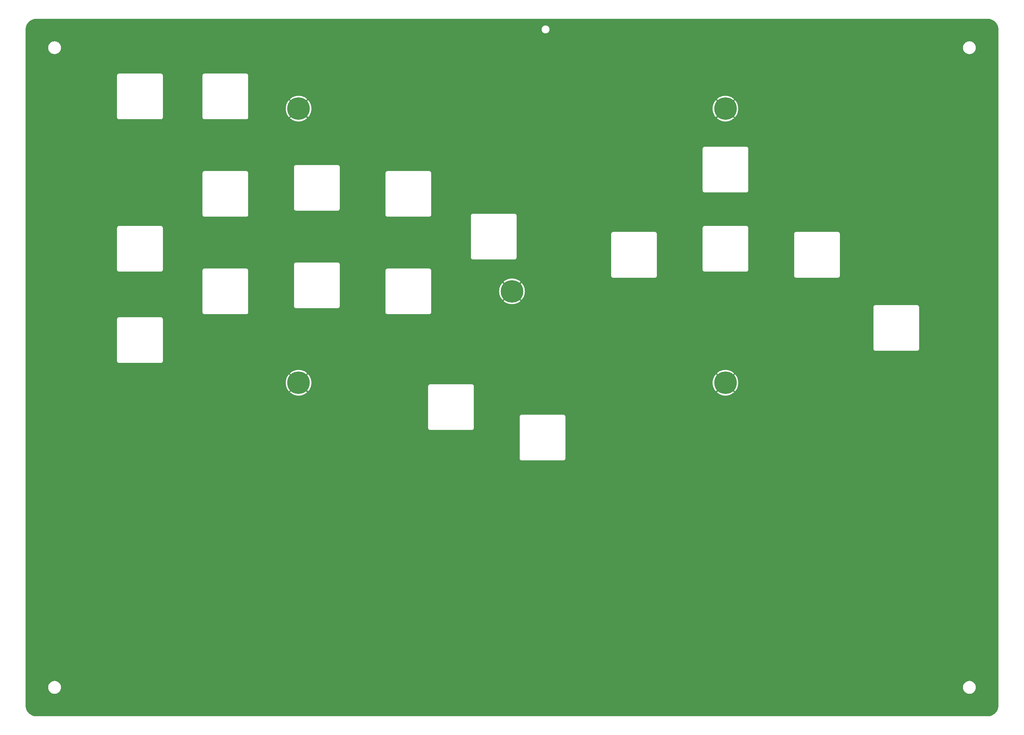
<source format=gbr>
G04 #@! TF.GenerationSoftware,KiCad,Pcbnew,8.0.3*
G04 #@! TF.CreationDate,2024-08-17T21:49:42+09:00*
G04 #@! TF.ProjectId,mainboard_top_plate,6d61696e-626f-4617-9264-5f746f705f70,rev?*
G04 #@! TF.SameCoordinates,Original*
G04 #@! TF.FileFunction,Copper,L2,Bot*
G04 #@! TF.FilePolarity,Positive*
%FSLAX46Y46*%
G04 Gerber Fmt 4.6, Leading zero omitted, Abs format (unit mm)*
G04 Created by KiCad (PCBNEW 8.0.3) date 2024-08-17 21:49:42*
%MOMM*%
%LPD*%
G01*
G04 APERTURE LIST*
G04 #@! TA.AperFunction,ComponentPad*
%ADD10C,0.800000*%
G04 #@! TD*
G04 #@! TA.AperFunction,ComponentPad*
%ADD11C,7.400000*%
G04 #@! TD*
G04 APERTURE END LIST*
D10*
G04 #@! TO.P,H4,1,1*
G04 #@! TO.N,GND*
X137225000Y-160000000D03*
X138037779Y-158037779D03*
X138037779Y-161962221D03*
X140000000Y-157225000D03*
D11*
X140000000Y-160000000D03*
D10*
X140000000Y-162775000D03*
X141962221Y-158037779D03*
X141962221Y-161962221D03*
X142775000Y-160000000D03*
G04 #@! TD*
G04 #@! TO.P,H2,1,1*
G04 #@! TO.N,GND*
X277225000Y-70000000D03*
X278037779Y-68037779D03*
X278037779Y-71962221D03*
X280000000Y-67225000D03*
D11*
X280000000Y-70000000D03*
D10*
X280000000Y-72775000D03*
X281962221Y-68037779D03*
X281962221Y-71962221D03*
X282775000Y-70000000D03*
G04 #@! TD*
G04 #@! TO.P,H1,1,1*
G04 #@! TO.N,GND*
X137225000Y-70000000D03*
X138037779Y-68037779D03*
X138037779Y-71962221D03*
X140000000Y-67225000D03*
D11*
X140000000Y-70000000D03*
D10*
X140000000Y-72775000D03*
X141962221Y-68037779D03*
X141962221Y-71962221D03*
X142775000Y-70000000D03*
G04 #@! TD*
G04 #@! TO.P,H5,1,1*
G04 #@! TO.N,GND*
X277225000Y-160000000D03*
X278037779Y-158037779D03*
X278037779Y-161962221D03*
X280000000Y-157225000D03*
D11*
X280000000Y-160000000D03*
D10*
X280000000Y-162775000D03*
X281962221Y-158037779D03*
X281962221Y-161962221D03*
X282775000Y-160000000D03*
G04 #@! TD*
G04 #@! TO.P,H3,1,1*
G04 #@! TO.N,GND*
X207225000Y-130000000D03*
X208037779Y-128037779D03*
X208037779Y-131962221D03*
X210000000Y-127225000D03*
D11*
X210000000Y-130000000D03*
D10*
X210000000Y-132775000D03*
X211962221Y-128037779D03*
X211962221Y-131962221D03*
X212775000Y-130000000D03*
G04 #@! TD*
G04 #@! TA.AperFunction,Conductor*
G04 #@! TO.N,GND*
G36*
X366003032Y-40500648D02*
G01*
X366336929Y-40517052D01*
X366349037Y-40518245D01*
X366452146Y-40533539D01*
X366676699Y-40566849D01*
X366688617Y-40569219D01*
X367009951Y-40649709D01*
X367021588Y-40653240D01*
X367092806Y-40678722D01*
X367333467Y-40764832D01*
X367344688Y-40769479D01*
X367644163Y-40911120D01*
X367654871Y-40916844D01*
X367938988Y-41087137D01*
X367949106Y-41093897D01*
X368215170Y-41291224D01*
X368224576Y-41298944D01*
X368470013Y-41521395D01*
X368478604Y-41529986D01*
X368665755Y-41736475D01*
X368701055Y-41775423D01*
X368708775Y-41784829D01*
X368906102Y-42050893D01*
X368912862Y-42061011D01*
X369041776Y-42276092D01*
X369083148Y-42345116D01*
X369088885Y-42355848D01*
X369230514Y-42655297D01*
X369235170Y-42666540D01*
X369346759Y-42978411D01*
X369350292Y-42990055D01*
X369430777Y-43311369D01*
X369433151Y-43323305D01*
X369481754Y-43650962D01*
X369482947Y-43663071D01*
X369499351Y-43996966D01*
X369499500Y-44003051D01*
X369499500Y-265996948D01*
X369499351Y-266003033D01*
X369482947Y-266336928D01*
X369481754Y-266349037D01*
X369433151Y-266676694D01*
X369430777Y-266688630D01*
X369350292Y-267009944D01*
X369346759Y-267021588D01*
X369235170Y-267333459D01*
X369230514Y-267344702D01*
X369088885Y-267644151D01*
X369083148Y-267654883D01*
X368912862Y-267938988D01*
X368906102Y-267949106D01*
X368708775Y-268215170D01*
X368701055Y-268224576D01*
X368478611Y-268470006D01*
X368470006Y-268478611D01*
X368224576Y-268701055D01*
X368215170Y-268708775D01*
X367949106Y-268906102D01*
X367938988Y-268912862D01*
X367654883Y-269083148D01*
X367644151Y-269088885D01*
X367344702Y-269230514D01*
X367333459Y-269235170D01*
X367021588Y-269346759D01*
X367009944Y-269350292D01*
X366688630Y-269430777D01*
X366676694Y-269433151D01*
X366349037Y-269481754D01*
X366336928Y-269482947D01*
X366021989Y-269498419D01*
X366003031Y-269499351D01*
X365996949Y-269499500D01*
X54003051Y-269499500D01*
X53996968Y-269499351D01*
X53976900Y-269498365D01*
X53663071Y-269482947D01*
X53650962Y-269481754D01*
X53323305Y-269433151D01*
X53311369Y-269430777D01*
X52990055Y-269350292D01*
X52978411Y-269346759D01*
X52666540Y-269235170D01*
X52655301Y-269230515D01*
X52355844Y-269088883D01*
X52345121Y-269083150D01*
X52061011Y-268912862D01*
X52050893Y-268906102D01*
X51784829Y-268708775D01*
X51775423Y-268701055D01*
X51736475Y-268665755D01*
X51529986Y-268478604D01*
X51521395Y-268470013D01*
X51298944Y-268224576D01*
X51291224Y-268215170D01*
X51093897Y-267949106D01*
X51087137Y-267938988D01*
X50916844Y-267654871D01*
X50911120Y-267644163D01*
X50769479Y-267344688D01*
X50764829Y-267333459D01*
X50653240Y-267021588D01*
X50649707Y-267009944D01*
X50640958Y-266975015D01*
X50569219Y-266688617D01*
X50566848Y-266676694D01*
X50518245Y-266349037D01*
X50517052Y-266336927D01*
X50500649Y-266003032D01*
X50500500Y-265996948D01*
X50500500Y-259862332D01*
X57899500Y-259862332D01*
X57899500Y-260137667D01*
X57899501Y-260137684D01*
X57935438Y-260410655D01*
X57935439Y-260410660D01*
X57935440Y-260410666D01*
X57935441Y-260410668D01*
X58006704Y-260676630D01*
X58112075Y-260931017D01*
X58112080Y-260931028D01*
X58194861Y-261074407D01*
X58249751Y-261169479D01*
X58249753Y-261169482D01*
X58249754Y-261169483D01*
X58417370Y-261387926D01*
X58417376Y-261387933D01*
X58612066Y-261582623D01*
X58612072Y-261582628D01*
X58830521Y-261750249D01*
X58983778Y-261838732D01*
X59068971Y-261887919D01*
X59068976Y-261887921D01*
X59068979Y-261887923D01*
X59323368Y-261993295D01*
X59589334Y-262064560D01*
X59862326Y-262100500D01*
X59862333Y-262100500D01*
X60137667Y-262100500D01*
X60137674Y-262100500D01*
X60410666Y-262064560D01*
X60676632Y-261993295D01*
X60931021Y-261887923D01*
X61169479Y-261750249D01*
X61387928Y-261582628D01*
X61582628Y-261387928D01*
X61750249Y-261169479D01*
X61887923Y-260931021D01*
X61993295Y-260676632D01*
X62064560Y-260410666D01*
X62100500Y-260137674D01*
X62100500Y-259862332D01*
X357899500Y-259862332D01*
X357899500Y-260137667D01*
X357899501Y-260137684D01*
X357935438Y-260410655D01*
X357935439Y-260410660D01*
X357935440Y-260410666D01*
X357935441Y-260410668D01*
X358006704Y-260676630D01*
X358112075Y-260931017D01*
X358112080Y-260931028D01*
X358194861Y-261074407D01*
X358249751Y-261169479D01*
X358249753Y-261169482D01*
X358249754Y-261169483D01*
X358417370Y-261387926D01*
X358417376Y-261387933D01*
X358612066Y-261582623D01*
X358612072Y-261582628D01*
X358830521Y-261750249D01*
X358983778Y-261838732D01*
X359068971Y-261887919D01*
X359068976Y-261887921D01*
X359068979Y-261887923D01*
X359323368Y-261993295D01*
X359589334Y-262064560D01*
X359862326Y-262100500D01*
X359862333Y-262100500D01*
X360137667Y-262100500D01*
X360137674Y-262100500D01*
X360410666Y-262064560D01*
X360676632Y-261993295D01*
X360931021Y-261887923D01*
X361169479Y-261750249D01*
X361387928Y-261582628D01*
X361582628Y-261387928D01*
X361750249Y-261169479D01*
X361887923Y-260931021D01*
X361993295Y-260676632D01*
X362064560Y-260410666D01*
X362100500Y-260137674D01*
X362100500Y-259862326D01*
X362064560Y-259589334D01*
X361993295Y-259323368D01*
X361887923Y-259068979D01*
X361887921Y-259068976D01*
X361887919Y-259068971D01*
X361838732Y-258983778D01*
X361750249Y-258830521D01*
X361582628Y-258612072D01*
X361582623Y-258612066D01*
X361387933Y-258417376D01*
X361387926Y-258417370D01*
X361169483Y-258249754D01*
X361169482Y-258249753D01*
X361169479Y-258249751D01*
X361074407Y-258194861D01*
X360931028Y-258112080D01*
X360931017Y-258112075D01*
X360676630Y-258006704D01*
X360543649Y-257971072D01*
X360410666Y-257935440D01*
X360410660Y-257935439D01*
X360410655Y-257935438D01*
X360137684Y-257899501D01*
X360137679Y-257899500D01*
X360137674Y-257899500D01*
X359862326Y-257899500D01*
X359862320Y-257899500D01*
X359862315Y-257899501D01*
X359589344Y-257935438D01*
X359589337Y-257935439D01*
X359589334Y-257935440D01*
X359533125Y-257950500D01*
X359323369Y-258006704D01*
X359068982Y-258112075D01*
X359068971Y-258112080D01*
X358830516Y-258249754D01*
X358612073Y-258417370D01*
X358612066Y-258417376D01*
X358417376Y-258612066D01*
X358417370Y-258612073D01*
X358249754Y-258830516D01*
X358112080Y-259068971D01*
X358112075Y-259068982D01*
X358006704Y-259323369D01*
X357935441Y-259589331D01*
X357935438Y-259589344D01*
X357899501Y-259862315D01*
X357899500Y-259862332D01*
X62100500Y-259862332D01*
X62100500Y-259862326D01*
X62064560Y-259589334D01*
X61993295Y-259323368D01*
X61887923Y-259068979D01*
X61887921Y-259068976D01*
X61887919Y-259068971D01*
X61838732Y-258983778D01*
X61750249Y-258830521D01*
X61582628Y-258612072D01*
X61582623Y-258612066D01*
X61387933Y-258417376D01*
X61387926Y-258417370D01*
X61169483Y-258249754D01*
X61169482Y-258249753D01*
X61169479Y-258249751D01*
X61074407Y-258194861D01*
X60931028Y-258112080D01*
X60931017Y-258112075D01*
X60676630Y-258006704D01*
X60543649Y-257971072D01*
X60410666Y-257935440D01*
X60410660Y-257935439D01*
X60410655Y-257935438D01*
X60137684Y-257899501D01*
X60137679Y-257899500D01*
X60137674Y-257899500D01*
X59862326Y-257899500D01*
X59862320Y-257899500D01*
X59862315Y-257899501D01*
X59589344Y-257935438D01*
X59589337Y-257935439D01*
X59589334Y-257935440D01*
X59533125Y-257950500D01*
X59323369Y-258006704D01*
X59068982Y-258112075D01*
X59068971Y-258112080D01*
X58830516Y-258249754D01*
X58612073Y-258417370D01*
X58612066Y-258417376D01*
X58417376Y-258612066D01*
X58417370Y-258612073D01*
X58249754Y-258830516D01*
X58112080Y-259068971D01*
X58112075Y-259068982D01*
X58006704Y-259323369D01*
X57935441Y-259589331D01*
X57935438Y-259589344D01*
X57899501Y-259862315D01*
X57899500Y-259862332D01*
X50500500Y-259862332D01*
X50500500Y-184868995D01*
X212499499Y-184868995D01*
X212526418Y-185004322D01*
X212526421Y-185004332D01*
X212579221Y-185131804D01*
X212579228Y-185131817D01*
X212655885Y-185246541D01*
X212655888Y-185246545D01*
X212753454Y-185344111D01*
X212753458Y-185344114D01*
X212868182Y-185420771D01*
X212868195Y-185420778D01*
X212995667Y-185473578D01*
X212995672Y-185473580D01*
X212995676Y-185473580D01*
X212995677Y-185473581D01*
X213131004Y-185500500D01*
X213131007Y-185500500D01*
X226868995Y-185500500D01*
X226960041Y-185482389D01*
X227004328Y-185473580D01*
X227131811Y-185420775D01*
X227246542Y-185344114D01*
X227344114Y-185246542D01*
X227420775Y-185131811D01*
X227473580Y-185004328D01*
X227500500Y-184868993D01*
X227500500Y-184800000D01*
X227500500Y-184734108D01*
X227500500Y-171284254D01*
X227500501Y-171284241D01*
X227500501Y-171265890D01*
X227500502Y-171265889D01*
X227500501Y-171199996D01*
X227500501Y-171193183D01*
X227500501Y-171134107D01*
X227500501Y-171131011D01*
X227500500Y-171131001D01*
X227473581Y-170995674D01*
X227473580Y-170995673D01*
X227473580Y-170995669D01*
X227420775Y-170868187D01*
X227344114Y-170753457D01*
X227344111Y-170753453D01*
X227246546Y-170655888D01*
X227246542Y-170655885D01*
X227131810Y-170579223D01*
X227004331Y-170526420D01*
X227004323Y-170526418D01*
X226868998Y-170499500D01*
X226868714Y-170499499D01*
X226865896Y-170499499D01*
X226865893Y-170499499D01*
X226865876Y-170499499D01*
X226800004Y-170499499D01*
X226734111Y-170499498D01*
X226734110Y-170499498D01*
X226726518Y-170499498D01*
X226726500Y-170499499D01*
X213134108Y-170499500D01*
X213131005Y-170499500D01*
X212995677Y-170526418D01*
X212995667Y-170526421D01*
X212868195Y-170579221D01*
X212868182Y-170579228D01*
X212753458Y-170655885D01*
X212753454Y-170655888D01*
X212655888Y-170753454D01*
X212655885Y-170753458D01*
X212579228Y-170868182D01*
X212579221Y-170868195D01*
X212526421Y-170995667D01*
X212526418Y-170995677D01*
X212499500Y-171131004D01*
X212499500Y-171131007D01*
X212499500Y-171134107D01*
X212499500Y-171134108D01*
X212499500Y-184734108D01*
X212499500Y-184800000D01*
X212499500Y-184868993D01*
X212499500Y-184868995D01*
X212499499Y-184868995D01*
X50500500Y-184868995D01*
X50500500Y-174868995D01*
X182499499Y-174868995D01*
X182526418Y-175004322D01*
X182526421Y-175004332D01*
X182579221Y-175131804D01*
X182579228Y-175131817D01*
X182655885Y-175246541D01*
X182655888Y-175246545D01*
X182753454Y-175344111D01*
X182753458Y-175344114D01*
X182868182Y-175420771D01*
X182868195Y-175420778D01*
X182995667Y-175473578D01*
X182995672Y-175473580D01*
X182995676Y-175473580D01*
X182995677Y-175473581D01*
X183131004Y-175500500D01*
X183131007Y-175500500D01*
X196868995Y-175500500D01*
X196960041Y-175482389D01*
X197004328Y-175473580D01*
X197131811Y-175420775D01*
X197246542Y-175344114D01*
X197344114Y-175246542D01*
X197420775Y-175131811D01*
X197473580Y-175004328D01*
X197500500Y-174868993D01*
X197500500Y-174800000D01*
X197500500Y-174734108D01*
X197500500Y-161284254D01*
X197500501Y-161284241D01*
X197500501Y-161265890D01*
X197500502Y-161265889D01*
X197500501Y-161199996D01*
X197500501Y-161193183D01*
X197500501Y-161134107D01*
X197500501Y-161131011D01*
X197500500Y-161131001D01*
X197473581Y-160995674D01*
X197473580Y-160995673D01*
X197473580Y-160995669D01*
X197420775Y-160868187D01*
X197344114Y-160753457D01*
X197344111Y-160753453D01*
X197246546Y-160655888D01*
X197246542Y-160655885D01*
X197131810Y-160579223D01*
X197004331Y-160526420D01*
X197004323Y-160526418D01*
X196868998Y-160499500D01*
X196868714Y-160499499D01*
X196865896Y-160499499D01*
X196865893Y-160499499D01*
X196865876Y-160499499D01*
X196800004Y-160499499D01*
X196734111Y-160499498D01*
X196734110Y-160499498D01*
X196726518Y-160499498D01*
X196726500Y-160499499D01*
X183134108Y-160499500D01*
X183131005Y-160499500D01*
X182995677Y-160526418D01*
X182995667Y-160526421D01*
X182868195Y-160579221D01*
X182868182Y-160579228D01*
X182753458Y-160655885D01*
X182753454Y-160655888D01*
X182655888Y-160753454D01*
X182655885Y-160753458D01*
X182579228Y-160868182D01*
X182579221Y-160868195D01*
X182526421Y-160995667D01*
X182526418Y-160995677D01*
X182499500Y-161131004D01*
X182499500Y-161131007D01*
X182499500Y-161134107D01*
X182499500Y-161134108D01*
X182499500Y-174734108D01*
X182499500Y-174800000D01*
X182499500Y-174868993D01*
X182499500Y-174868995D01*
X182499499Y-174868995D01*
X50500500Y-174868995D01*
X50500500Y-160000000D01*
X135794935Y-160000000D01*
X135815185Y-160412176D01*
X135875735Y-160820373D01*
X135976007Y-161220676D01*
X136115019Y-161609189D01*
X136115027Y-161609209D01*
X136291466Y-161982257D01*
X136503614Y-162336206D01*
X136749445Y-162667670D01*
X136858476Y-162787967D01*
X136858477Y-162787967D01*
X138527060Y-161119384D01*
X138606112Y-161222407D01*
X138777593Y-161393888D01*
X138880614Y-161472938D01*
X137212031Y-163141521D01*
X137212031Y-163141522D01*
X137332329Y-163250554D01*
X137663793Y-163496385D01*
X138017742Y-163708533D01*
X138390790Y-163884972D01*
X138390810Y-163884980D01*
X138779323Y-164023992D01*
X139179626Y-164124264D01*
X139587823Y-164184814D01*
X140000000Y-164205064D01*
X140412176Y-164184814D01*
X140820373Y-164124264D01*
X141220676Y-164023992D01*
X141609189Y-163884980D01*
X141609209Y-163884972D01*
X141982257Y-163708533D01*
X142336206Y-163496385D01*
X142667664Y-163250558D01*
X142787967Y-163141521D01*
X141119385Y-161472938D01*
X141222407Y-161393888D01*
X141393888Y-161222407D01*
X141472938Y-161119385D01*
X143141521Y-162787967D01*
X143250558Y-162667664D01*
X143496385Y-162336206D01*
X143708533Y-161982257D01*
X143884972Y-161609209D01*
X143884980Y-161609189D01*
X144023992Y-161220676D01*
X144124264Y-160820373D01*
X144184814Y-160412176D01*
X144205064Y-160000000D01*
X275794935Y-160000000D01*
X275815185Y-160412176D01*
X275875735Y-160820373D01*
X275976007Y-161220676D01*
X276115019Y-161609189D01*
X276115027Y-161609209D01*
X276291466Y-161982257D01*
X276503614Y-162336206D01*
X276749445Y-162667670D01*
X276858476Y-162787967D01*
X276858477Y-162787967D01*
X278527060Y-161119384D01*
X278606112Y-161222407D01*
X278777593Y-161393888D01*
X278880614Y-161472938D01*
X277212031Y-163141521D01*
X277212031Y-163141522D01*
X277332329Y-163250554D01*
X277663793Y-163496385D01*
X278017742Y-163708533D01*
X278390790Y-163884972D01*
X278390810Y-163884980D01*
X278779323Y-164023992D01*
X279179626Y-164124264D01*
X279587823Y-164184814D01*
X280000000Y-164205064D01*
X280412176Y-164184814D01*
X280820373Y-164124264D01*
X281220676Y-164023992D01*
X281609189Y-163884980D01*
X281609209Y-163884972D01*
X281982257Y-163708533D01*
X282336206Y-163496385D01*
X282667664Y-163250558D01*
X282787967Y-163141521D01*
X281119385Y-161472938D01*
X281222407Y-161393888D01*
X281393888Y-161222407D01*
X281472938Y-161119385D01*
X283141521Y-162787967D01*
X283250558Y-162667664D01*
X283496385Y-162336206D01*
X283708533Y-161982257D01*
X283884972Y-161609209D01*
X283884980Y-161609189D01*
X284023992Y-161220676D01*
X284124264Y-160820373D01*
X284184814Y-160412176D01*
X284205064Y-160000000D01*
X284184814Y-159587823D01*
X284124264Y-159179626D01*
X284023992Y-158779323D01*
X283884980Y-158390810D01*
X283884972Y-158390790D01*
X283708533Y-158017742D01*
X283496385Y-157663793D01*
X283250554Y-157332329D01*
X283141522Y-157212031D01*
X283141521Y-157212031D01*
X281472938Y-158880614D01*
X281393888Y-158777593D01*
X281222407Y-158606112D01*
X281119384Y-158527059D01*
X282787967Y-156858477D01*
X282787967Y-156858476D01*
X282667670Y-156749445D01*
X282336206Y-156503614D01*
X281982257Y-156291466D01*
X281609209Y-156115027D01*
X281609189Y-156115019D01*
X281220676Y-155976007D01*
X280820373Y-155875735D01*
X280412176Y-155815185D01*
X280000000Y-155794935D01*
X279587823Y-155815185D01*
X279179626Y-155875735D01*
X278779323Y-155976007D01*
X278390810Y-156115019D01*
X278390790Y-156115027D01*
X278017742Y-156291466D01*
X277663793Y-156503614D01*
X277332341Y-156749437D01*
X277212031Y-156858477D01*
X278880614Y-158527060D01*
X278777593Y-158606112D01*
X278606112Y-158777593D01*
X278527060Y-158880614D01*
X276858477Y-157212031D01*
X276749437Y-157332341D01*
X276503614Y-157663793D01*
X276291466Y-158017742D01*
X276115027Y-158390790D01*
X276115019Y-158390810D01*
X275976007Y-158779323D01*
X275875735Y-159179626D01*
X275815185Y-159587823D01*
X275794935Y-160000000D01*
X144205064Y-160000000D01*
X144184814Y-159587823D01*
X144124264Y-159179626D01*
X144023992Y-158779323D01*
X143884980Y-158390810D01*
X143884972Y-158390790D01*
X143708533Y-158017742D01*
X143496385Y-157663793D01*
X143250554Y-157332329D01*
X143141522Y-157212031D01*
X143141521Y-157212031D01*
X141472938Y-158880614D01*
X141393888Y-158777593D01*
X141222407Y-158606112D01*
X141119384Y-158527059D01*
X142787967Y-156858477D01*
X142787967Y-156858476D01*
X142667670Y-156749445D01*
X142336206Y-156503614D01*
X141982257Y-156291466D01*
X141609209Y-156115027D01*
X141609189Y-156115019D01*
X141220676Y-155976007D01*
X140820373Y-155875735D01*
X140412176Y-155815185D01*
X140000000Y-155794935D01*
X139587823Y-155815185D01*
X139179626Y-155875735D01*
X138779323Y-155976007D01*
X138390810Y-156115019D01*
X138390790Y-156115027D01*
X138017742Y-156291466D01*
X137663793Y-156503614D01*
X137332341Y-156749437D01*
X137212031Y-156858477D01*
X138880614Y-158527060D01*
X138777593Y-158606112D01*
X138606112Y-158777593D01*
X138527060Y-158880614D01*
X136858477Y-157212031D01*
X136749437Y-157332341D01*
X136503614Y-157663793D01*
X136291466Y-158017742D01*
X136115027Y-158390790D01*
X136115019Y-158390810D01*
X135976007Y-158779323D01*
X135875735Y-159179626D01*
X135815185Y-159587823D01*
X135794935Y-160000000D01*
X50500500Y-160000000D01*
X50500500Y-152868995D01*
X80499499Y-152868995D01*
X80526418Y-153004322D01*
X80526421Y-153004332D01*
X80579221Y-153131804D01*
X80579228Y-153131817D01*
X80655885Y-153246541D01*
X80655888Y-153246545D01*
X80753454Y-153344111D01*
X80753458Y-153344114D01*
X80868182Y-153420771D01*
X80868195Y-153420778D01*
X80995667Y-153473578D01*
X80995672Y-153473580D01*
X80995676Y-153473580D01*
X80995677Y-153473581D01*
X81131004Y-153500500D01*
X81131007Y-153500500D01*
X94868995Y-153500500D01*
X94960041Y-153482389D01*
X95004328Y-153473580D01*
X95131811Y-153420775D01*
X95246542Y-153344114D01*
X95344114Y-153246542D01*
X95420775Y-153131811D01*
X95473580Y-153004328D01*
X95500500Y-152868993D01*
X95500500Y-152800000D01*
X95500500Y-152734108D01*
X95500500Y-148868995D01*
X328499499Y-148868995D01*
X328526418Y-149004322D01*
X328526421Y-149004332D01*
X328579221Y-149131804D01*
X328579228Y-149131817D01*
X328655885Y-149246541D01*
X328655888Y-149246545D01*
X328753454Y-149344111D01*
X328753458Y-149344114D01*
X328868182Y-149420771D01*
X328868195Y-149420778D01*
X328995667Y-149473578D01*
X328995672Y-149473580D01*
X328995676Y-149473580D01*
X328995677Y-149473581D01*
X329131004Y-149500500D01*
X329131007Y-149500500D01*
X342868995Y-149500500D01*
X342960041Y-149482389D01*
X343004328Y-149473580D01*
X343131811Y-149420775D01*
X343246542Y-149344114D01*
X343344114Y-149246542D01*
X343420775Y-149131811D01*
X343473580Y-149004328D01*
X343500500Y-148868993D01*
X343500500Y-148800000D01*
X343500500Y-148734108D01*
X343500500Y-135284254D01*
X343500501Y-135284241D01*
X343500501Y-135265890D01*
X343500502Y-135265889D01*
X343500501Y-135199996D01*
X343500501Y-135193183D01*
X343500501Y-135134107D01*
X343500501Y-135131011D01*
X343500500Y-135131001D01*
X343473581Y-134995674D01*
X343473580Y-134995673D01*
X343473580Y-134995669D01*
X343420775Y-134868187D01*
X343344114Y-134753457D01*
X343344111Y-134753453D01*
X343246546Y-134655888D01*
X343246542Y-134655885D01*
X343131810Y-134579223D01*
X343004331Y-134526420D01*
X343004323Y-134526418D01*
X342868998Y-134499500D01*
X342868714Y-134499499D01*
X342865896Y-134499499D01*
X342865893Y-134499499D01*
X342865876Y-134499499D01*
X342800004Y-134499499D01*
X342734111Y-134499498D01*
X342734110Y-134499498D01*
X342726518Y-134499498D01*
X342726500Y-134499499D01*
X329134108Y-134499500D01*
X329131005Y-134499500D01*
X328995677Y-134526418D01*
X328995667Y-134526421D01*
X328868195Y-134579221D01*
X328868182Y-134579228D01*
X328753458Y-134655885D01*
X328753454Y-134655888D01*
X328655888Y-134753454D01*
X328655885Y-134753458D01*
X328579228Y-134868182D01*
X328579221Y-134868195D01*
X328526421Y-134995667D01*
X328526418Y-134995677D01*
X328499500Y-135131004D01*
X328499500Y-135131007D01*
X328499500Y-135134107D01*
X328499500Y-135134108D01*
X328499500Y-148734108D01*
X328499500Y-148800000D01*
X328499500Y-148868993D01*
X328499500Y-148868995D01*
X328499499Y-148868995D01*
X95500500Y-148868995D01*
X95500500Y-139284254D01*
X95500501Y-139284241D01*
X95500501Y-139265890D01*
X95500502Y-139265889D01*
X95500501Y-139199996D01*
X95500501Y-139193183D01*
X95500501Y-139134107D01*
X95500501Y-139131011D01*
X95500500Y-139131001D01*
X95473581Y-138995674D01*
X95473580Y-138995673D01*
X95473580Y-138995669D01*
X95420775Y-138868187D01*
X95344114Y-138753457D01*
X95344111Y-138753453D01*
X95246546Y-138655888D01*
X95246542Y-138655885D01*
X95131810Y-138579223D01*
X95004331Y-138526420D01*
X95004323Y-138526418D01*
X94868998Y-138499500D01*
X94868714Y-138499499D01*
X94865896Y-138499499D01*
X94865893Y-138499499D01*
X94865876Y-138499499D01*
X94800004Y-138499499D01*
X94734111Y-138499498D01*
X94734110Y-138499498D01*
X94726518Y-138499498D01*
X94726500Y-138499499D01*
X81134108Y-138499500D01*
X81131005Y-138499500D01*
X80995677Y-138526418D01*
X80995667Y-138526421D01*
X80868195Y-138579221D01*
X80868182Y-138579228D01*
X80753458Y-138655885D01*
X80753454Y-138655888D01*
X80655888Y-138753454D01*
X80655885Y-138753458D01*
X80579228Y-138868182D01*
X80579221Y-138868195D01*
X80526421Y-138995667D01*
X80526418Y-138995677D01*
X80499500Y-139131004D01*
X80499500Y-139131007D01*
X80499500Y-139134107D01*
X80499500Y-139134108D01*
X80499500Y-152734108D01*
X80499500Y-152800000D01*
X80499500Y-152868993D01*
X80499500Y-152868995D01*
X80499499Y-152868995D01*
X50500500Y-152868995D01*
X50500500Y-136868995D01*
X108499499Y-136868995D01*
X108526418Y-137004322D01*
X108526421Y-137004332D01*
X108579221Y-137131804D01*
X108579228Y-137131817D01*
X108655885Y-137246541D01*
X108655888Y-137246545D01*
X108753454Y-137344111D01*
X108753458Y-137344114D01*
X108868182Y-137420771D01*
X108868195Y-137420778D01*
X108995667Y-137473578D01*
X108995672Y-137473580D01*
X108995676Y-137473580D01*
X108995677Y-137473581D01*
X109131004Y-137500500D01*
X109131007Y-137500500D01*
X122868995Y-137500500D01*
X122960041Y-137482389D01*
X123004328Y-137473580D01*
X123131811Y-137420775D01*
X123246542Y-137344114D01*
X123344114Y-137246542D01*
X123420775Y-137131811D01*
X123473580Y-137004328D01*
X123500499Y-136868999D01*
X123500500Y-136868995D01*
X123500500Y-136727999D01*
X168499498Y-136727999D01*
X168499499Y-136799998D01*
X168499499Y-136865916D01*
X168499500Y-136868997D01*
X168499500Y-136868999D01*
X168526418Y-137004323D01*
X168526420Y-137004331D01*
X168579223Y-137131810D01*
X168655885Y-137246542D01*
X168655888Y-137246546D01*
X168753453Y-137344111D01*
X168753457Y-137344114D01*
X168868187Y-137420775D01*
X168995669Y-137473580D01*
X168995673Y-137473580D01*
X168995674Y-137473581D01*
X169131001Y-137500500D01*
X169134103Y-137500500D01*
X169134107Y-137500501D01*
X169199546Y-137500500D01*
X169199928Y-137500500D01*
X169199996Y-137500501D01*
X169265889Y-137500502D01*
X169265891Y-137500501D01*
X169284240Y-137500501D01*
X169284255Y-137500500D01*
X182868995Y-137500500D01*
X182960041Y-137482389D01*
X183004328Y-137473580D01*
X183131811Y-137420775D01*
X183246542Y-137344114D01*
X183344114Y-137246542D01*
X183420775Y-137131811D01*
X183473580Y-137004328D01*
X183500499Y-136868999D01*
X183500500Y-136868995D01*
X183500500Y-130000000D01*
X205794935Y-130000000D01*
X205815185Y-130412176D01*
X205875735Y-130820373D01*
X205976007Y-131220676D01*
X206115019Y-131609189D01*
X206115027Y-131609209D01*
X206291466Y-131982257D01*
X206503614Y-132336206D01*
X206749445Y-132667670D01*
X206858476Y-132787967D01*
X206858477Y-132787967D01*
X208527060Y-131119384D01*
X208606112Y-131222407D01*
X208777593Y-131393888D01*
X208880614Y-131472938D01*
X207212031Y-133141521D01*
X207212031Y-133141522D01*
X207332329Y-133250554D01*
X207663793Y-133496385D01*
X208017742Y-133708533D01*
X208390790Y-133884972D01*
X208390810Y-133884980D01*
X208779323Y-134023992D01*
X209179626Y-134124264D01*
X209587823Y-134184814D01*
X210000000Y-134205064D01*
X210412176Y-134184814D01*
X210820373Y-134124264D01*
X211220676Y-134023992D01*
X211609189Y-133884980D01*
X211609209Y-133884972D01*
X211982257Y-133708533D01*
X212336206Y-133496385D01*
X212667664Y-133250558D01*
X212787967Y-133141521D01*
X211119385Y-131472938D01*
X211222407Y-131393888D01*
X211393888Y-131222407D01*
X211472938Y-131119385D01*
X213141521Y-132787967D01*
X213250558Y-132667664D01*
X213496385Y-132336206D01*
X213708533Y-131982257D01*
X213884972Y-131609209D01*
X213884980Y-131609189D01*
X214023992Y-131220676D01*
X214124264Y-130820373D01*
X214184814Y-130412176D01*
X214205064Y-130000000D01*
X214184814Y-129587823D01*
X214124264Y-129179626D01*
X214023992Y-128779323D01*
X213884980Y-128390810D01*
X213884972Y-128390790D01*
X213708533Y-128017742D01*
X213496385Y-127663793D01*
X213250554Y-127332329D01*
X213141522Y-127212031D01*
X213141521Y-127212031D01*
X211472938Y-128880614D01*
X211393888Y-128777593D01*
X211222407Y-128606112D01*
X211119384Y-128527059D01*
X212787967Y-126858477D01*
X212787967Y-126858476D01*
X212667670Y-126749445D01*
X212336206Y-126503614D01*
X211982257Y-126291466D01*
X211609209Y-126115027D01*
X211609189Y-126115019D01*
X211220676Y-125976007D01*
X210820373Y-125875735D01*
X210412176Y-125815185D01*
X210000000Y-125794935D01*
X209587823Y-125815185D01*
X209179626Y-125875735D01*
X208779323Y-125976007D01*
X208390810Y-126115019D01*
X208390790Y-126115027D01*
X208017742Y-126291466D01*
X207663793Y-126503614D01*
X207332341Y-126749437D01*
X207212031Y-126858477D01*
X208880614Y-128527060D01*
X208777593Y-128606112D01*
X208606112Y-128777593D01*
X208527061Y-128880614D01*
X206858477Y-127212031D01*
X206749437Y-127332341D01*
X206503614Y-127663793D01*
X206291466Y-128017742D01*
X206115027Y-128390790D01*
X206115019Y-128390810D01*
X205976007Y-128779323D01*
X205875735Y-129179626D01*
X205815185Y-129587823D01*
X205794935Y-130000000D01*
X183500500Y-130000000D01*
X183500500Y-124868995D01*
X242499499Y-124868995D01*
X242526418Y-125004322D01*
X242526421Y-125004332D01*
X242579221Y-125131804D01*
X242579228Y-125131817D01*
X242655885Y-125246541D01*
X242655888Y-125246545D01*
X242753454Y-125344111D01*
X242753458Y-125344114D01*
X242868182Y-125420771D01*
X242868195Y-125420778D01*
X242995667Y-125473578D01*
X242995672Y-125473580D01*
X242995676Y-125473580D01*
X242995677Y-125473581D01*
X243131004Y-125500500D01*
X243131007Y-125500500D01*
X256868995Y-125500500D01*
X256960041Y-125482389D01*
X257004328Y-125473580D01*
X257131811Y-125420775D01*
X257246542Y-125344114D01*
X257344114Y-125246542D01*
X257420775Y-125131811D01*
X257473580Y-125004328D01*
X257500499Y-124868999D01*
X257500500Y-124868995D01*
X257500500Y-124727999D01*
X302499498Y-124727999D01*
X302499499Y-124799998D01*
X302499499Y-124865916D01*
X302499500Y-124868997D01*
X302499500Y-124868999D01*
X302526418Y-125004323D01*
X302526420Y-125004331D01*
X302579223Y-125131810D01*
X302655885Y-125246542D01*
X302655888Y-125246546D01*
X302753453Y-125344111D01*
X302753457Y-125344114D01*
X302868187Y-125420775D01*
X302995669Y-125473580D01*
X302995673Y-125473580D01*
X302995674Y-125473581D01*
X303131001Y-125500500D01*
X303134103Y-125500500D01*
X303134107Y-125500501D01*
X303199546Y-125500500D01*
X303199928Y-125500500D01*
X303199996Y-125500501D01*
X303265889Y-125500502D01*
X303265891Y-125500501D01*
X303284240Y-125500501D01*
X303284255Y-125500500D01*
X316868995Y-125500500D01*
X316960041Y-125482389D01*
X317004328Y-125473580D01*
X317131811Y-125420775D01*
X317246542Y-125344114D01*
X317344114Y-125246542D01*
X317420775Y-125131811D01*
X317473580Y-125004328D01*
X317500499Y-124868999D01*
X317500500Y-124868995D01*
X317500500Y-111131004D01*
X317473581Y-110995677D01*
X317473580Y-110995674D01*
X317473580Y-110995672D01*
X317473578Y-110995667D01*
X317420778Y-110868195D01*
X317420771Y-110868182D01*
X317344114Y-110753458D01*
X317344111Y-110753454D01*
X317246545Y-110655888D01*
X317246541Y-110655885D01*
X317131817Y-110579228D01*
X317131804Y-110579221D01*
X317004332Y-110526421D01*
X317004322Y-110526418D01*
X316868995Y-110499500D01*
X316868993Y-110499500D01*
X316865892Y-110499500D01*
X303265892Y-110499500D01*
X303200000Y-110499500D01*
X303131007Y-110499500D01*
X303131005Y-110499500D01*
X302995677Y-110526418D01*
X302995667Y-110526421D01*
X302868195Y-110579221D01*
X302868182Y-110579228D01*
X302753458Y-110655885D01*
X302753454Y-110655888D01*
X302655888Y-110753454D01*
X302655885Y-110753458D01*
X302579228Y-110868182D01*
X302579221Y-110868195D01*
X302526421Y-110995667D01*
X302526418Y-110995677D01*
X302499500Y-111131004D01*
X302499500Y-111134108D01*
X302499499Y-124727977D01*
X302499498Y-124727999D01*
X257500500Y-124727999D01*
X257500500Y-122868995D01*
X272499499Y-122868995D01*
X272526418Y-123004322D01*
X272526421Y-123004332D01*
X272579221Y-123131804D01*
X272579228Y-123131817D01*
X272655885Y-123246541D01*
X272655888Y-123246545D01*
X272753454Y-123344111D01*
X272753458Y-123344114D01*
X272868182Y-123420771D01*
X272868195Y-123420778D01*
X272995667Y-123473578D01*
X272995672Y-123473580D01*
X272995676Y-123473580D01*
X272995677Y-123473581D01*
X273131004Y-123500500D01*
X273131007Y-123500500D01*
X286868995Y-123500500D01*
X286960041Y-123482389D01*
X287004328Y-123473580D01*
X287131811Y-123420775D01*
X287246542Y-123344114D01*
X287344114Y-123246542D01*
X287420775Y-123131811D01*
X287473580Y-123004328D01*
X287500500Y-122868993D01*
X287500500Y-122800000D01*
X287500500Y-122734108D01*
X287500500Y-109284254D01*
X287500501Y-109284241D01*
X287500501Y-109265890D01*
X287500502Y-109265889D01*
X287500501Y-109199996D01*
X287500501Y-109193183D01*
X287500501Y-109134107D01*
X287500501Y-109131011D01*
X287500500Y-109131001D01*
X287473581Y-108995674D01*
X287473580Y-108995673D01*
X287473580Y-108995669D01*
X287420775Y-108868187D01*
X287344114Y-108753457D01*
X287344111Y-108753453D01*
X287246546Y-108655888D01*
X287246542Y-108655885D01*
X287131810Y-108579223D01*
X287004331Y-108526420D01*
X287004323Y-108526418D01*
X286868998Y-108499500D01*
X286868714Y-108499499D01*
X286865896Y-108499499D01*
X286865893Y-108499499D01*
X286865876Y-108499499D01*
X286800004Y-108499499D01*
X286734111Y-108499498D01*
X286734110Y-108499498D01*
X286726518Y-108499498D01*
X286726500Y-108499499D01*
X273134108Y-108499500D01*
X273131005Y-108499500D01*
X272995677Y-108526418D01*
X272995667Y-108526421D01*
X272868195Y-108579221D01*
X272868182Y-108579228D01*
X272753458Y-108655885D01*
X272753454Y-108655888D01*
X272655888Y-108753454D01*
X272655885Y-108753458D01*
X272579228Y-108868182D01*
X272579221Y-108868195D01*
X272526421Y-108995667D01*
X272526418Y-108995677D01*
X272499500Y-109131004D01*
X272499500Y-109131007D01*
X272499500Y-109134107D01*
X272499500Y-109134108D01*
X272499500Y-122734108D01*
X272499500Y-122800000D01*
X272499500Y-122868993D01*
X272499500Y-122868995D01*
X272499499Y-122868995D01*
X257500500Y-122868995D01*
X257500500Y-111284254D01*
X257500501Y-111284241D01*
X257500501Y-111265890D01*
X257500502Y-111265889D01*
X257500501Y-111199996D01*
X257500501Y-111193183D01*
X257500501Y-111134107D01*
X257500501Y-111131011D01*
X257500500Y-111131001D01*
X257473581Y-110995674D01*
X257473580Y-110995673D01*
X257473580Y-110995669D01*
X257420775Y-110868187D01*
X257344114Y-110753457D01*
X257344111Y-110753453D01*
X257246546Y-110655888D01*
X257246542Y-110655885D01*
X257131810Y-110579223D01*
X257004331Y-110526420D01*
X257004323Y-110526418D01*
X256868998Y-110499500D01*
X256868714Y-110499499D01*
X256865896Y-110499499D01*
X256865893Y-110499499D01*
X256865876Y-110499499D01*
X256800004Y-110499499D01*
X256734111Y-110499498D01*
X256734110Y-110499498D01*
X256726518Y-110499498D01*
X256726500Y-110499499D01*
X243134108Y-110499500D01*
X243131005Y-110499500D01*
X242995677Y-110526418D01*
X242995667Y-110526421D01*
X242868195Y-110579221D01*
X242868182Y-110579228D01*
X242753458Y-110655885D01*
X242753454Y-110655888D01*
X242655888Y-110753454D01*
X242655885Y-110753458D01*
X242579228Y-110868182D01*
X242579221Y-110868195D01*
X242526421Y-110995667D01*
X242526418Y-110995677D01*
X242499500Y-111131004D01*
X242499500Y-111131007D01*
X242499500Y-111134107D01*
X242499500Y-111134108D01*
X242499500Y-124734108D01*
X242499500Y-124800000D01*
X242499500Y-124868993D01*
X242499500Y-124868995D01*
X242499499Y-124868995D01*
X183500500Y-124868995D01*
X183500500Y-123131004D01*
X183473581Y-122995677D01*
X183473580Y-122995674D01*
X183473580Y-122995672D01*
X183421109Y-122868995D01*
X183420778Y-122868195D01*
X183420771Y-122868182D01*
X183344114Y-122753458D01*
X183344111Y-122753454D01*
X183246545Y-122655888D01*
X183246541Y-122655885D01*
X183131817Y-122579228D01*
X183131804Y-122579221D01*
X183004332Y-122526421D01*
X183004322Y-122526418D01*
X182868995Y-122499500D01*
X182868993Y-122499500D01*
X182865892Y-122499500D01*
X169265892Y-122499500D01*
X169200000Y-122499500D01*
X169131007Y-122499500D01*
X169131005Y-122499500D01*
X168995677Y-122526418D01*
X168995667Y-122526421D01*
X168868195Y-122579221D01*
X168868182Y-122579228D01*
X168753458Y-122655885D01*
X168753454Y-122655888D01*
X168655888Y-122753454D01*
X168655885Y-122753458D01*
X168579228Y-122868182D01*
X168579221Y-122868195D01*
X168526421Y-122995667D01*
X168526418Y-122995677D01*
X168499500Y-123131004D01*
X168499500Y-123134108D01*
X168499499Y-136727977D01*
X168499498Y-136727999D01*
X123500500Y-136727999D01*
X123500500Y-134868995D01*
X138499499Y-134868995D01*
X138526418Y-135004322D01*
X138526421Y-135004332D01*
X138579221Y-135131804D01*
X138579228Y-135131817D01*
X138655885Y-135246541D01*
X138655888Y-135246545D01*
X138753454Y-135344111D01*
X138753458Y-135344114D01*
X138868182Y-135420771D01*
X138868195Y-135420778D01*
X138995667Y-135473578D01*
X138995672Y-135473580D01*
X138995676Y-135473580D01*
X138995677Y-135473581D01*
X139131004Y-135500500D01*
X139131007Y-135500500D01*
X152868995Y-135500500D01*
X152960041Y-135482389D01*
X153004328Y-135473580D01*
X153131811Y-135420775D01*
X153246542Y-135344114D01*
X153344114Y-135246542D01*
X153420775Y-135131811D01*
X153473580Y-135004328D01*
X153500500Y-134868993D01*
X153500500Y-134800000D01*
X153500500Y-134734108D01*
X153500500Y-121284254D01*
X153500501Y-121284241D01*
X153500501Y-121265890D01*
X153500502Y-121265889D01*
X153500501Y-121199996D01*
X153500501Y-121193183D01*
X153500501Y-121134107D01*
X153500501Y-121131011D01*
X153500500Y-121131001D01*
X153473581Y-120995674D01*
X153473580Y-120995673D01*
X153473580Y-120995669D01*
X153420775Y-120868187D01*
X153344114Y-120753457D01*
X153344111Y-120753453D01*
X153246546Y-120655888D01*
X153246542Y-120655885D01*
X153131810Y-120579223D01*
X153004331Y-120526420D01*
X153004323Y-120526418D01*
X152868998Y-120499500D01*
X152868714Y-120499499D01*
X152865896Y-120499499D01*
X152865893Y-120499499D01*
X152865876Y-120499499D01*
X152800004Y-120499499D01*
X152734111Y-120499498D01*
X152734110Y-120499498D01*
X152726518Y-120499498D01*
X152726500Y-120499499D01*
X139134108Y-120499500D01*
X139131005Y-120499500D01*
X138995677Y-120526418D01*
X138995667Y-120526421D01*
X138868195Y-120579221D01*
X138868182Y-120579228D01*
X138753458Y-120655885D01*
X138753454Y-120655888D01*
X138655888Y-120753454D01*
X138655885Y-120753458D01*
X138579228Y-120868182D01*
X138579221Y-120868195D01*
X138526421Y-120995667D01*
X138526418Y-120995677D01*
X138499500Y-121131004D01*
X138499500Y-121131007D01*
X138499500Y-121134107D01*
X138499500Y-121134108D01*
X138499500Y-134734108D01*
X138499500Y-134800000D01*
X138499500Y-134868993D01*
X138499500Y-134868995D01*
X138499499Y-134868995D01*
X123500500Y-134868995D01*
X123500500Y-123284254D01*
X123500501Y-123284241D01*
X123500501Y-123265890D01*
X123500502Y-123265889D01*
X123500501Y-123199996D01*
X123500501Y-123193183D01*
X123500501Y-123134107D01*
X123500501Y-123131011D01*
X123500500Y-123131001D01*
X123473581Y-122995674D01*
X123473580Y-122995673D01*
X123473580Y-122995669D01*
X123420775Y-122868187D01*
X123344114Y-122753457D01*
X123344111Y-122753453D01*
X123246546Y-122655888D01*
X123246542Y-122655885D01*
X123131810Y-122579223D01*
X123004331Y-122526420D01*
X123004323Y-122526418D01*
X122868998Y-122499500D01*
X122868714Y-122499499D01*
X122865896Y-122499499D01*
X122865893Y-122499499D01*
X122865876Y-122499499D01*
X122800004Y-122499499D01*
X122734111Y-122499498D01*
X122734110Y-122499498D01*
X122726518Y-122499498D01*
X122726500Y-122499499D01*
X109134108Y-122499500D01*
X109131005Y-122499500D01*
X108995677Y-122526418D01*
X108995667Y-122526421D01*
X108868195Y-122579221D01*
X108868182Y-122579228D01*
X108753458Y-122655885D01*
X108753454Y-122655888D01*
X108655888Y-122753454D01*
X108655885Y-122753458D01*
X108579228Y-122868182D01*
X108579221Y-122868195D01*
X108526421Y-122995667D01*
X108526418Y-122995677D01*
X108499500Y-123131004D01*
X108499500Y-123131007D01*
X108499500Y-123134107D01*
X108499500Y-123134108D01*
X108499500Y-136734108D01*
X108499500Y-136800000D01*
X108499500Y-136868993D01*
X108499500Y-136868995D01*
X108499499Y-136868995D01*
X50500500Y-136868995D01*
X50500500Y-122868995D01*
X80499499Y-122868995D01*
X80526418Y-123004322D01*
X80526421Y-123004332D01*
X80579221Y-123131804D01*
X80579228Y-123131817D01*
X80655885Y-123246541D01*
X80655888Y-123246545D01*
X80753454Y-123344111D01*
X80753458Y-123344114D01*
X80868182Y-123420771D01*
X80868195Y-123420778D01*
X80995667Y-123473578D01*
X80995672Y-123473580D01*
X80995676Y-123473580D01*
X80995677Y-123473581D01*
X81131004Y-123500500D01*
X81131007Y-123500500D01*
X94868995Y-123500500D01*
X94960041Y-123482389D01*
X95004328Y-123473580D01*
X95131811Y-123420775D01*
X95246542Y-123344114D01*
X95344114Y-123246542D01*
X95420775Y-123131811D01*
X95473580Y-123004328D01*
X95500500Y-122868993D01*
X95500500Y-122800000D01*
X95500500Y-122734108D01*
X95500500Y-118868995D01*
X196499499Y-118868995D01*
X196526418Y-119004322D01*
X196526421Y-119004332D01*
X196579221Y-119131804D01*
X196579228Y-119131817D01*
X196655885Y-119246541D01*
X196655888Y-119246545D01*
X196753454Y-119344111D01*
X196753458Y-119344114D01*
X196868182Y-119420771D01*
X196868195Y-119420778D01*
X196995667Y-119473578D01*
X196995672Y-119473580D01*
X196995676Y-119473580D01*
X196995677Y-119473581D01*
X197131004Y-119500500D01*
X197131007Y-119500500D01*
X210868995Y-119500500D01*
X210960041Y-119482389D01*
X211004328Y-119473580D01*
X211131811Y-119420775D01*
X211246542Y-119344114D01*
X211344114Y-119246542D01*
X211420775Y-119131811D01*
X211473580Y-119004328D01*
X211500500Y-118868993D01*
X211500500Y-118800000D01*
X211500500Y-118734108D01*
X211500500Y-105284254D01*
X211500501Y-105284241D01*
X211500501Y-105265890D01*
X211500502Y-105265889D01*
X211500501Y-105199996D01*
X211500501Y-105193183D01*
X211500501Y-105134107D01*
X211500501Y-105131011D01*
X211500500Y-105131001D01*
X211473581Y-104995674D01*
X211473580Y-104995673D01*
X211473580Y-104995669D01*
X211420775Y-104868187D01*
X211344114Y-104753457D01*
X211344111Y-104753453D01*
X211246546Y-104655888D01*
X211246542Y-104655885D01*
X211131810Y-104579223D01*
X211004331Y-104526420D01*
X211004323Y-104526418D01*
X210868998Y-104499500D01*
X210868714Y-104499499D01*
X210865896Y-104499499D01*
X210865893Y-104499499D01*
X210865876Y-104499499D01*
X210800004Y-104499499D01*
X210734111Y-104499498D01*
X210734110Y-104499498D01*
X210726518Y-104499498D01*
X210726500Y-104499499D01*
X197134108Y-104499500D01*
X197131005Y-104499500D01*
X196995677Y-104526418D01*
X196995667Y-104526421D01*
X196868195Y-104579221D01*
X196868182Y-104579228D01*
X196753458Y-104655885D01*
X196753454Y-104655888D01*
X196655888Y-104753454D01*
X196655885Y-104753458D01*
X196579228Y-104868182D01*
X196579221Y-104868195D01*
X196526421Y-104995667D01*
X196526418Y-104995677D01*
X196499500Y-105131004D01*
X196499500Y-105131007D01*
X196499500Y-105134107D01*
X196499500Y-105134108D01*
X196499500Y-118734108D01*
X196499500Y-118800000D01*
X196499500Y-118868993D01*
X196499500Y-118868995D01*
X196499499Y-118868995D01*
X95500500Y-118868995D01*
X95500500Y-109284254D01*
X95500501Y-109284241D01*
X95500501Y-109265890D01*
X95500502Y-109265889D01*
X95500501Y-109199996D01*
X95500501Y-109193183D01*
X95500501Y-109134107D01*
X95500501Y-109131011D01*
X95500500Y-109131001D01*
X95473581Y-108995674D01*
X95473580Y-108995673D01*
X95473580Y-108995669D01*
X95420775Y-108868187D01*
X95344114Y-108753457D01*
X95344111Y-108753453D01*
X95246546Y-108655888D01*
X95246542Y-108655885D01*
X95131810Y-108579223D01*
X95004331Y-108526420D01*
X95004323Y-108526418D01*
X94868998Y-108499500D01*
X94868714Y-108499499D01*
X94865896Y-108499499D01*
X94865893Y-108499499D01*
X94865876Y-108499499D01*
X94800004Y-108499499D01*
X94734111Y-108499498D01*
X94734110Y-108499498D01*
X94726518Y-108499498D01*
X94726500Y-108499499D01*
X81134108Y-108499500D01*
X81131005Y-108499500D01*
X80995677Y-108526418D01*
X80995667Y-108526421D01*
X80868195Y-108579221D01*
X80868182Y-108579228D01*
X80753458Y-108655885D01*
X80753454Y-108655888D01*
X80655888Y-108753454D01*
X80655885Y-108753458D01*
X80579228Y-108868182D01*
X80579221Y-108868195D01*
X80526421Y-108995667D01*
X80526418Y-108995677D01*
X80499500Y-109131004D01*
X80499500Y-109131007D01*
X80499500Y-109134107D01*
X80499500Y-109134108D01*
X80499500Y-122734108D01*
X80499500Y-122800000D01*
X80499500Y-122868993D01*
X80499500Y-122868995D01*
X80499499Y-122868995D01*
X50500500Y-122868995D01*
X50500500Y-104868995D01*
X108499499Y-104868995D01*
X108526418Y-105004322D01*
X108526421Y-105004332D01*
X108579221Y-105131804D01*
X108579228Y-105131817D01*
X108655885Y-105246541D01*
X108655888Y-105246545D01*
X108753454Y-105344111D01*
X108753458Y-105344114D01*
X108868182Y-105420771D01*
X108868195Y-105420778D01*
X108995667Y-105473578D01*
X108995672Y-105473580D01*
X108995676Y-105473580D01*
X108995677Y-105473581D01*
X109131004Y-105500500D01*
X109131007Y-105500500D01*
X122868995Y-105500500D01*
X122960041Y-105482389D01*
X123004328Y-105473580D01*
X123131811Y-105420775D01*
X123246542Y-105344114D01*
X123344114Y-105246542D01*
X123420775Y-105131811D01*
X123473580Y-105004328D01*
X123500500Y-104868995D01*
X168499499Y-104868995D01*
X168526418Y-105004322D01*
X168526421Y-105004332D01*
X168579221Y-105131804D01*
X168579228Y-105131817D01*
X168655885Y-105246541D01*
X168655888Y-105246545D01*
X168753454Y-105344111D01*
X168753458Y-105344114D01*
X168868182Y-105420771D01*
X168868195Y-105420778D01*
X168995667Y-105473578D01*
X168995672Y-105473580D01*
X168995676Y-105473580D01*
X168995677Y-105473581D01*
X169131004Y-105500500D01*
X169131007Y-105500500D01*
X182868995Y-105500500D01*
X182960041Y-105482389D01*
X183004328Y-105473580D01*
X183131811Y-105420775D01*
X183246542Y-105344114D01*
X183344114Y-105246542D01*
X183420775Y-105131811D01*
X183473580Y-105004328D01*
X183500500Y-104868993D01*
X183500500Y-104800000D01*
X183500500Y-104734108D01*
X183500500Y-96868995D01*
X272499499Y-96868995D01*
X272526418Y-97004322D01*
X272526421Y-97004332D01*
X272579221Y-97131804D01*
X272579228Y-97131817D01*
X272655885Y-97246541D01*
X272655888Y-97246545D01*
X272753454Y-97344111D01*
X272753458Y-97344114D01*
X272868182Y-97420771D01*
X272868195Y-97420778D01*
X272995667Y-97473578D01*
X272995672Y-97473580D01*
X272995676Y-97473580D01*
X272995677Y-97473581D01*
X273131004Y-97500500D01*
X273131007Y-97500500D01*
X286868995Y-97500500D01*
X286960041Y-97482389D01*
X287004328Y-97473580D01*
X287131811Y-97420775D01*
X287246542Y-97344114D01*
X287344114Y-97246542D01*
X287420775Y-97131811D01*
X287473580Y-97004328D01*
X287500500Y-96868993D01*
X287500500Y-96800000D01*
X287500500Y-96734108D01*
X287500500Y-83284254D01*
X287500501Y-83284241D01*
X287500501Y-83265890D01*
X287500502Y-83265889D01*
X287500501Y-83199996D01*
X287500501Y-83193183D01*
X287500501Y-83134107D01*
X287500501Y-83131011D01*
X287500500Y-83131001D01*
X287473581Y-82995674D01*
X287473580Y-82995673D01*
X287473580Y-82995669D01*
X287420775Y-82868187D01*
X287344114Y-82753457D01*
X287344111Y-82753453D01*
X287246546Y-82655888D01*
X287246542Y-82655885D01*
X287131810Y-82579223D01*
X287004331Y-82526420D01*
X287004323Y-82526418D01*
X286868998Y-82499500D01*
X286868714Y-82499499D01*
X286865896Y-82499499D01*
X286865893Y-82499499D01*
X286865876Y-82499499D01*
X286800004Y-82499499D01*
X286734111Y-82499498D01*
X286734110Y-82499498D01*
X286726518Y-82499498D01*
X286726500Y-82499499D01*
X273134108Y-82499500D01*
X273131005Y-82499500D01*
X272995677Y-82526418D01*
X272995667Y-82526421D01*
X272868195Y-82579221D01*
X272868182Y-82579228D01*
X272753458Y-82655885D01*
X272753454Y-82655888D01*
X272655888Y-82753454D01*
X272655885Y-82753458D01*
X272579228Y-82868182D01*
X272579221Y-82868195D01*
X272526421Y-82995667D01*
X272526418Y-82995677D01*
X272499500Y-83131004D01*
X272499500Y-83131007D01*
X272499500Y-83134107D01*
X272499500Y-83134108D01*
X272499500Y-96734108D01*
X272499500Y-96800000D01*
X272499500Y-96868993D01*
X272499500Y-96868995D01*
X272499499Y-96868995D01*
X183500500Y-96868995D01*
X183500500Y-91284254D01*
X183500501Y-91284241D01*
X183500501Y-91265890D01*
X183500502Y-91265889D01*
X183500501Y-91199996D01*
X183500501Y-91193183D01*
X183500501Y-91134107D01*
X183500501Y-91131011D01*
X183500500Y-91131001D01*
X183473581Y-90995674D01*
X183473580Y-90995673D01*
X183473580Y-90995669D01*
X183420775Y-90868187D01*
X183344114Y-90753457D01*
X183344111Y-90753453D01*
X183246546Y-90655888D01*
X183246542Y-90655885D01*
X183131810Y-90579223D01*
X183004331Y-90526420D01*
X183004323Y-90526418D01*
X182868998Y-90499500D01*
X182868714Y-90499499D01*
X182865896Y-90499499D01*
X182865893Y-90499499D01*
X182865876Y-90499499D01*
X182800004Y-90499499D01*
X182734111Y-90499498D01*
X182734110Y-90499498D01*
X182726518Y-90499498D01*
X182726500Y-90499499D01*
X169134108Y-90499500D01*
X169131005Y-90499500D01*
X168995677Y-90526418D01*
X168995667Y-90526421D01*
X168868195Y-90579221D01*
X168868182Y-90579228D01*
X168753458Y-90655885D01*
X168753454Y-90655888D01*
X168655888Y-90753454D01*
X168655885Y-90753458D01*
X168579228Y-90868182D01*
X168579221Y-90868195D01*
X168526421Y-90995667D01*
X168526418Y-90995677D01*
X168499500Y-91131004D01*
X168499500Y-91131007D01*
X168499500Y-91134107D01*
X168499500Y-91134108D01*
X168499500Y-104734108D01*
X168499500Y-104800000D01*
X168499500Y-104868993D01*
X168499500Y-104868995D01*
X168499499Y-104868995D01*
X123500500Y-104868995D01*
X123500500Y-104868993D01*
X123500500Y-104800000D01*
X123500500Y-104734108D01*
X123500500Y-102868995D01*
X138499499Y-102868995D01*
X138526418Y-103004322D01*
X138526421Y-103004332D01*
X138579221Y-103131804D01*
X138579228Y-103131817D01*
X138655885Y-103246541D01*
X138655888Y-103246545D01*
X138753454Y-103344111D01*
X138753458Y-103344114D01*
X138868182Y-103420771D01*
X138868195Y-103420778D01*
X138995667Y-103473578D01*
X138995672Y-103473580D01*
X138995676Y-103473580D01*
X138995677Y-103473581D01*
X139131004Y-103500500D01*
X139131007Y-103500500D01*
X152868995Y-103500500D01*
X152960041Y-103482389D01*
X153004328Y-103473580D01*
X153131811Y-103420775D01*
X153246542Y-103344114D01*
X153344114Y-103246542D01*
X153420775Y-103131811D01*
X153473580Y-103004328D01*
X153500500Y-102868993D01*
X153500500Y-102800000D01*
X153500500Y-102734108D01*
X153500500Y-89284254D01*
X153500501Y-89284241D01*
X153500501Y-89265890D01*
X153500502Y-89265889D01*
X153500501Y-89199996D01*
X153500501Y-89193183D01*
X153500501Y-89134107D01*
X153500501Y-89131011D01*
X153500500Y-89131001D01*
X153473581Y-88995674D01*
X153473580Y-88995673D01*
X153473580Y-88995669D01*
X153420775Y-88868187D01*
X153344114Y-88753457D01*
X153344111Y-88753453D01*
X153246546Y-88655888D01*
X153246542Y-88655885D01*
X153131810Y-88579223D01*
X153004331Y-88526420D01*
X153004323Y-88526418D01*
X152868998Y-88499500D01*
X152868714Y-88499499D01*
X152865896Y-88499499D01*
X152865893Y-88499499D01*
X152865876Y-88499499D01*
X152800004Y-88499499D01*
X152734111Y-88499498D01*
X152734110Y-88499498D01*
X152726518Y-88499498D01*
X152726500Y-88499499D01*
X139134108Y-88499500D01*
X139131005Y-88499500D01*
X138995677Y-88526418D01*
X138995667Y-88526421D01*
X138868195Y-88579221D01*
X138868182Y-88579228D01*
X138753458Y-88655885D01*
X138753454Y-88655888D01*
X138655888Y-88753454D01*
X138655885Y-88753458D01*
X138579228Y-88868182D01*
X138579221Y-88868195D01*
X138526421Y-88995667D01*
X138526418Y-88995677D01*
X138499500Y-89131004D01*
X138499500Y-89131007D01*
X138499500Y-89134107D01*
X138499500Y-89134108D01*
X138499500Y-102734108D01*
X138499500Y-102800000D01*
X138499500Y-102868993D01*
X138499500Y-102868995D01*
X138499499Y-102868995D01*
X123500500Y-102868995D01*
X123500500Y-91284254D01*
X123500501Y-91284241D01*
X123500501Y-91265890D01*
X123500502Y-91265889D01*
X123500501Y-91199996D01*
X123500501Y-91193183D01*
X123500501Y-91134107D01*
X123500501Y-91131011D01*
X123500500Y-91131001D01*
X123473581Y-90995674D01*
X123473580Y-90995673D01*
X123473580Y-90995669D01*
X123420775Y-90868187D01*
X123344114Y-90753457D01*
X123344111Y-90753453D01*
X123246546Y-90655888D01*
X123246542Y-90655885D01*
X123131810Y-90579223D01*
X123004331Y-90526420D01*
X123004323Y-90526418D01*
X122868998Y-90499500D01*
X122868714Y-90499499D01*
X122865896Y-90499499D01*
X122865893Y-90499499D01*
X122865876Y-90499499D01*
X122800004Y-90499499D01*
X122734111Y-90499498D01*
X122734110Y-90499498D01*
X122726518Y-90499498D01*
X122726500Y-90499499D01*
X109134108Y-90499500D01*
X109131005Y-90499500D01*
X108995677Y-90526418D01*
X108995667Y-90526421D01*
X108868195Y-90579221D01*
X108868182Y-90579228D01*
X108753458Y-90655885D01*
X108753454Y-90655888D01*
X108655888Y-90753454D01*
X108655885Y-90753458D01*
X108579228Y-90868182D01*
X108579221Y-90868195D01*
X108526421Y-90995667D01*
X108526418Y-90995677D01*
X108499500Y-91131004D01*
X108499500Y-91131007D01*
X108499500Y-91134107D01*
X108499500Y-91134108D01*
X108499500Y-104734108D01*
X108499500Y-104800000D01*
X108499500Y-104868993D01*
X108499500Y-104868995D01*
X108499499Y-104868995D01*
X50500500Y-104868995D01*
X50500500Y-72868995D01*
X80499499Y-72868995D01*
X80526418Y-73004322D01*
X80526421Y-73004332D01*
X80579221Y-73131804D01*
X80579228Y-73131817D01*
X80655885Y-73246541D01*
X80655888Y-73246545D01*
X80753454Y-73344111D01*
X80753458Y-73344114D01*
X80868182Y-73420771D01*
X80868195Y-73420778D01*
X80995667Y-73473578D01*
X80995672Y-73473580D01*
X80995676Y-73473580D01*
X80995677Y-73473581D01*
X81131004Y-73500500D01*
X81131007Y-73500500D01*
X94868995Y-73500500D01*
X94960041Y-73482389D01*
X95004328Y-73473580D01*
X95131811Y-73420775D01*
X95246542Y-73344114D01*
X95344114Y-73246542D01*
X95420775Y-73131811D01*
X95473580Y-73004328D01*
X95500500Y-72868995D01*
X108499499Y-72868995D01*
X108526418Y-73004322D01*
X108526421Y-73004332D01*
X108579221Y-73131804D01*
X108579228Y-73131817D01*
X108655885Y-73246541D01*
X108655888Y-73246545D01*
X108753454Y-73344111D01*
X108753458Y-73344114D01*
X108868182Y-73420771D01*
X108868195Y-73420778D01*
X108995667Y-73473578D01*
X108995672Y-73473580D01*
X108995676Y-73473580D01*
X108995677Y-73473581D01*
X109131004Y-73500500D01*
X109131007Y-73500500D01*
X122868995Y-73500500D01*
X122960041Y-73482389D01*
X123004328Y-73473580D01*
X123131811Y-73420775D01*
X123246542Y-73344114D01*
X123344114Y-73246542D01*
X123420775Y-73131811D01*
X123473580Y-73004328D01*
X123500500Y-72868993D01*
X123500500Y-72800000D01*
X123500500Y-72734108D01*
X123500500Y-70000000D01*
X135794935Y-70000000D01*
X135815185Y-70412176D01*
X135875735Y-70820373D01*
X135976007Y-71220676D01*
X136115019Y-71609189D01*
X136115027Y-71609209D01*
X136291466Y-71982257D01*
X136503614Y-72336206D01*
X136749445Y-72667670D01*
X136858476Y-72787967D01*
X136858477Y-72787967D01*
X138527060Y-71119384D01*
X138606112Y-71222407D01*
X138777593Y-71393888D01*
X138880614Y-71472938D01*
X137212031Y-73141521D01*
X137212031Y-73141522D01*
X137332329Y-73250554D01*
X137663793Y-73496385D01*
X138017742Y-73708533D01*
X138390790Y-73884972D01*
X138390810Y-73884980D01*
X138779323Y-74023992D01*
X139179626Y-74124264D01*
X139587823Y-74184814D01*
X140000000Y-74205064D01*
X140412176Y-74184814D01*
X140820373Y-74124264D01*
X141220676Y-74023992D01*
X141609189Y-73884980D01*
X141609209Y-73884972D01*
X141982257Y-73708533D01*
X142336206Y-73496385D01*
X142667664Y-73250558D01*
X142787967Y-73141521D01*
X141119385Y-71472938D01*
X141222407Y-71393888D01*
X141393888Y-71222407D01*
X141472938Y-71119385D01*
X143141521Y-72787967D01*
X143250558Y-72667664D01*
X143496385Y-72336206D01*
X143708533Y-71982257D01*
X143884972Y-71609209D01*
X143884980Y-71609189D01*
X144023992Y-71220676D01*
X144124264Y-70820373D01*
X144184814Y-70412176D01*
X144205064Y-70000000D01*
X275794935Y-70000000D01*
X275815185Y-70412176D01*
X275875735Y-70820373D01*
X275976007Y-71220676D01*
X276115019Y-71609189D01*
X276115027Y-71609209D01*
X276291466Y-71982257D01*
X276503614Y-72336206D01*
X276749445Y-72667670D01*
X276858476Y-72787967D01*
X276858477Y-72787967D01*
X278527060Y-71119384D01*
X278606112Y-71222407D01*
X278777593Y-71393888D01*
X278880614Y-71472938D01*
X277212031Y-73141521D01*
X277212031Y-73141522D01*
X277332329Y-73250554D01*
X277663793Y-73496385D01*
X278017742Y-73708533D01*
X278390790Y-73884972D01*
X278390810Y-73884980D01*
X278779323Y-74023992D01*
X279179626Y-74124264D01*
X279587823Y-74184814D01*
X280000000Y-74205064D01*
X280412176Y-74184814D01*
X280820373Y-74124264D01*
X281220676Y-74023992D01*
X281609189Y-73884980D01*
X281609209Y-73884972D01*
X281982257Y-73708533D01*
X282336206Y-73496385D01*
X282667664Y-73250558D01*
X282787967Y-73141521D01*
X281119385Y-71472938D01*
X281222407Y-71393888D01*
X281393888Y-71222407D01*
X281472938Y-71119385D01*
X283141521Y-72787967D01*
X283250558Y-72667664D01*
X283496385Y-72336206D01*
X283708533Y-71982257D01*
X283884972Y-71609209D01*
X283884980Y-71609189D01*
X284023992Y-71220676D01*
X284124264Y-70820373D01*
X284184814Y-70412176D01*
X284205064Y-70000000D01*
X284184814Y-69587823D01*
X284124264Y-69179626D01*
X284023992Y-68779323D01*
X283884980Y-68390810D01*
X283884972Y-68390790D01*
X283708533Y-68017742D01*
X283496385Y-67663793D01*
X283250554Y-67332329D01*
X283141522Y-67212031D01*
X283141521Y-67212031D01*
X281472938Y-68880614D01*
X281393888Y-68777593D01*
X281222407Y-68606112D01*
X281119384Y-68527059D01*
X282787967Y-66858477D01*
X282787967Y-66858476D01*
X282667670Y-66749445D01*
X282336206Y-66503614D01*
X281982257Y-66291466D01*
X281609209Y-66115027D01*
X281609189Y-66115019D01*
X281220676Y-65976007D01*
X280820373Y-65875735D01*
X280412176Y-65815185D01*
X280000000Y-65794935D01*
X279587823Y-65815185D01*
X279179626Y-65875735D01*
X278779323Y-65976007D01*
X278390810Y-66115019D01*
X278390790Y-66115027D01*
X278017742Y-66291466D01*
X277663793Y-66503614D01*
X277332341Y-66749437D01*
X277212031Y-66858477D01*
X278880614Y-68527060D01*
X278777593Y-68606112D01*
X278606112Y-68777593D01*
X278527060Y-68880614D01*
X276858477Y-67212031D01*
X276749437Y-67332341D01*
X276503614Y-67663793D01*
X276291466Y-68017742D01*
X276115027Y-68390790D01*
X276115019Y-68390810D01*
X275976007Y-68779323D01*
X275875735Y-69179626D01*
X275815185Y-69587823D01*
X275794935Y-70000000D01*
X144205064Y-70000000D01*
X144184814Y-69587823D01*
X144124264Y-69179626D01*
X144023992Y-68779323D01*
X143884980Y-68390810D01*
X143884972Y-68390790D01*
X143708533Y-68017742D01*
X143496385Y-67663793D01*
X143250554Y-67332329D01*
X143141522Y-67212031D01*
X143141521Y-67212031D01*
X141472938Y-68880614D01*
X141393888Y-68777593D01*
X141222407Y-68606112D01*
X141119384Y-68527059D01*
X142787967Y-66858477D01*
X142787967Y-66858476D01*
X142667670Y-66749445D01*
X142336206Y-66503614D01*
X141982257Y-66291466D01*
X141609209Y-66115027D01*
X141609189Y-66115019D01*
X141220676Y-65976007D01*
X140820373Y-65875735D01*
X140412176Y-65815185D01*
X140000000Y-65794935D01*
X139587823Y-65815185D01*
X139179626Y-65875735D01*
X138779323Y-65976007D01*
X138390810Y-66115019D01*
X138390790Y-66115027D01*
X138017742Y-66291466D01*
X137663793Y-66503614D01*
X137332341Y-66749437D01*
X137212031Y-66858477D01*
X138880614Y-68527060D01*
X138777593Y-68606112D01*
X138606112Y-68777593D01*
X138527060Y-68880614D01*
X136858477Y-67212031D01*
X136749437Y-67332341D01*
X136503614Y-67663793D01*
X136291466Y-68017742D01*
X136115027Y-68390790D01*
X136115019Y-68390810D01*
X135976007Y-68779323D01*
X135875735Y-69179626D01*
X135815185Y-69587823D01*
X135794935Y-70000000D01*
X123500500Y-70000000D01*
X123500500Y-59284254D01*
X123500501Y-59284241D01*
X123500501Y-59265890D01*
X123500502Y-59265889D01*
X123500501Y-59199996D01*
X123500501Y-59193183D01*
X123500501Y-59134107D01*
X123500501Y-59131011D01*
X123500500Y-59131001D01*
X123473581Y-58995674D01*
X123473580Y-58995673D01*
X123473580Y-58995669D01*
X123420775Y-58868187D01*
X123344114Y-58753457D01*
X123344111Y-58753453D01*
X123246546Y-58655888D01*
X123246542Y-58655885D01*
X123131810Y-58579223D01*
X123004331Y-58526420D01*
X123004323Y-58526418D01*
X122868998Y-58499500D01*
X122868714Y-58499499D01*
X122865896Y-58499499D01*
X122865893Y-58499499D01*
X122865876Y-58499499D01*
X122800004Y-58499499D01*
X122734111Y-58499498D01*
X122734110Y-58499498D01*
X122726518Y-58499498D01*
X122726500Y-58499499D01*
X109134108Y-58499500D01*
X109131005Y-58499500D01*
X108995677Y-58526418D01*
X108995667Y-58526421D01*
X108868195Y-58579221D01*
X108868182Y-58579228D01*
X108753458Y-58655885D01*
X108753454Y-58655888D01*
X108655888Y-58753454D01*
X108655885Y-58753458D01*
X108579228Y-58868182D01*
X108579221Y-58868195D01*
X108526421Y-58995667D01*
X108526418Y-58995677D01*
X108499500Y-59131004D01*
X108499500Y-59131007D01*
X108499500Y-59134107D01*
X108499500Y-59134108D01*
X108499500Y-72734108D01*
X108499500Y-72800000D01*
X108499500Y-72868993D01*
X108499500Y-72868995D01*
X108499499Y-72868995D01*
X95500500Y-72868995D01*
X95500500Y-72868993D01*
X95500500Y-72800000D01*
X95500500Y-72734108D01*
X95500500Y-59284254D01*
X95500501Y-59284241D01*
X95500501Y-59265890D01*
X95500502Y-59265889D01*
X95500501Y-59199996D01*
X95500501Y-59193183D01*
X95500501Y-59134107D01*
X95500501Y-59131011D01*
X95500500Y-59131001D01*
X95473581Y-58995674D01*
X95473580Y-58995673D01*
X95473580Y-58995669D01*
X95420775Y-58868187D01*
X95344114Y-58753457D01*
X95344111Y-58753453D01*
X95246546Y-58655888D01*
X95246542Y-58655885D01*
X95131810Y-58579223D01*
X95004331Y-58526420D01*
X95004323Y-58526418D01*
X94868998Y-58499500D01*
X94868714Y-58499499D01*
X94865896Y-58499499D01*
X94865893Y-58499499D01*
X94865876Y-58499499D01*
X94800004Y-58499499D01*
X94734111Y-58499498D01*
X94734110Y-58499498D01*
X94726518Y-58499498D01*
X94726500Y-58499499D01*
X81134108Y-58499500D01*
X81131005Y-58499500D01*
X80995677Y-58526418D01*
X80995667Y-58526421D01*
X80868195Y-58579221D01*
X80868182Y-58579228D01*
X80753458Y-58655885D01*
X80753454Y-58655888D01*
X80655888Y-58753454D01*
X80655885Y-58753458D01*
X80579228Y-58868182D01*
X80579221Y-58868195D01*
X80526421Y-58995667D01*
X80526418Y-58995677D01*
X80499500Y-59131004D01*
X80499500Y-59131007D01*
X80499500Y-59134107D01*
X80499500Y-59134108D01*
X80499500Y-72734108D01*
X80499500Y-72800000D01*
X80499500Y-72868993D01*
X80499500Y-72868995D01*
X80499499Y-72868995D01*
X50500500Y-72868995D01*
X50500500Y-49862332D01*
X57899500Y-49862332D01*
X57899500Y-50137667D01*
X57899501Y-50137684D01*
X57935438Y-50410655D01*
X57935439Y-50410660D01*
X57935440Y-50410666D01*
X57935441Y-50410668D01*
X58006704Y-50676630D01*
X58112075Y-50931017D01*
X58112080Y-50931028D01*
X58194861Y-51074407D01*
X58249751Y-51169479D01*
X58249753Y-51169482D01*
X58249754Y-51169483D01*
X58417370Y-51387926D01*
X58417376Y-51387933D01*
X58612066Y-51582623D01*
X58612072Y-51582628D01*
X58830521Y-51750249D01*
X58983778Y-51838732D01*
X59068971Y-51887919D01*
X59068976Y-51887921D01*
X59068979Y-51887923D01*
X59323368Y-51993295D01*
X59589334Y-52064560D01*
X59862326Y-52100500D01*
X59862333Y-52100500D01*
X60137667Y-52100500D01*
X60137674Y-52100500D01*
X60410666Y-52064560D01*
X60676632Y-51993295D01*
X60931021Y-51887923D01*
X61169479Y-51750249D01*
X61387928Y-51582628D01*
X61582628Y-51387928D01*
X61750249Y-51169479D01*
X61887923Y-50931021D01*
X61993295Y-50676632D01*
X62064560Y-50410666D01*
X62100500Y-50137674D01*
X62100500Y-49862332D01*
X357899500Y-49862332D01*
X357899500Y-50137667D01*
X357899501Y-50137684D01*
X357935438Y-50410655D01*
X357935439Y-50410660D01*
X357935440Y-50410666D01*
X357935441Y-50410668D01*
X358006704Y-50676630D01*
X358112075Y-50931017D01*
X358112080Y-50931028D01*
X358194861Y-51074407D01*
X358249751Y-51169479D01*
X358249753Y-51169482D01*
X358249754Y-51169483D01*
X358417370Y-51387926D01*
X358417376Y-51387933D01*
X358612066Y-51582623D01*
X358612072Y-51582628D01*
X358830521Y-51750249D01*
X358983778Y-51838732D01*
X359068971Y-51887919D01*
X359068976Y-51887921D01*
X359068979Y-51887923D01*
X359323368Y-51993295D01*
X359589334Y-52064560D01*
X359862326Y-52100500D01*
X359862333Y-52100500D01*
X360137667Y-52100500D01*
X360137674Y-52100500D01*
X360410666Y-52064560D01*
X360676632Y-51993295D01*
X360931021Y-51887923D01*
X361169479Y-51750249D01*
X361387928Y-51582628D01*
X361582628Y-51387928D01*
X361750249Y-51169479D01*
X361887923Y-50931021D01*
X361993295Y-50676632D01*
X362064560Y-50410666D01*
X362100500Y-50137674D01*
X362100500Y-49862326D01*
X362064560Y-49589334D01*
X361993295Y-49323368D01*
X361887923Y-49068979D01*
X361887921Y-49068976D01*
X361887919Y-49068971D01*
X361838732Y-48983778D01*
X361750249Y-48830521D01*
X361582628Y-48612072D01*
X361582623Y-48612066D01*
X361387933Y-48417376D01*
X361387926Y-48417370D01*
X361169483Y-48249754D01*
X361169482Y-48249753D01*
X361169479Y-48249751D01*
X361074407Y-48194861D01*
X360931028Y-48112080D01*
X360931017Y-48112075D01*
X360676630Y-48006704D01*
X360543649Y-47971072D01*
X360410666Y-47935440D01*
X360410660Y-47935439D01*
X360410655Y-47935438D01*
X360137684Y-47899501D01*
X360137679Y-47899500D01*
X360137674Y-47899500D01*
X359862326Y-47899500D01*
X359862320Y-47899500D01*
X359862315Y-47899501D01*
X359589344Y-47935438D01*
X359589337Y-47935439D01*
X359589334Y-47935440D01*
X359533125Y-47950500D01*
X359323369Y-48006704D01*
X359068982Y-48112075D01*
X359068971Y-48112080D01*
X358830516Y-48249754D01*
X358612073Y-48417370D01*
X358612066Y-48417376D01*
X358417376Y-48612066D01*
X358417370Y-48612073D01*
X358249754Y-48830516D01*
X358112080Y-49068971D01*
X358112075Y-49068982D01*
X358006704Y-49323369D01*
X357935441Y-49589331D01*
X357935438Y-49589344D01*
X357899501Y-49862315D01*
X357899500Y-49862332D01*
X62100500Y-49862332D01*
X62100500Y-49862326D01*
X62064560Y-49589334D01*
X61993295Y-49323368D01*
X61887923Y-49068979D01*
X61887921Y-49068976D01*
X61887919Y-49068971D01*
X61838732Y-48983778D01*
X61750249Y-48830521D01*
X61582628Y-48612072D01*
X61582623Y-48612066D01*
X61387933Y-48417376D01*
X61387926Y-48417370D01*
X61169483Y-48249754D01*
X61169482Y-48249753D01*
X61169479Y-48249751D01*
X61074407Y-48194861D01*
X60931028Y-48112080D01*
X60931017Y-48112075D01*
X60676630Y-48006704D01*
X60543649Y-47971072D01*
X60410666Y-47935440D01*
X60410660Y-47935439D01*
X60410655Y-47935438D01*
X60137684Y-47899501D01*
X60137679Y-47899500D01*
X60137674Y-47899500D01*
X59862326Y-47899500D01*
X59862320Y-47899500D01*
X59862315Y-47899501D01*
X59589344Y-47935438D01*
X59589337Y-47935439D01*
X59589334Y-47935440D01*
X59533125Y-47950500D01*
X59323369Y-48006704D01*
X59068982Y-48112075D01*
X59068971Y-48112080D01*
X58830516Y-48249754D01*
X58612073Y-48417370D01*
X58612066Y-48417376D01*
X58417376Y-48612066D01*
X58417370Y-48612073D01*
X58249754Y-48830516D01*
X58112080Y-49068971D01*
X58112075Y-49068982D01*
X58006704Y-49323369D01*
X57935441Y-49589331D01*
X57935438Y-49589344D01*
X57899501Y-49862315D01*
X57899500Y-49862332D01*
X50500500Y-49862332D01*
X50500500Y-44003051D01*
X50500649Y-43996967D01*
X50505528Y-43897648D01*
X219699500Y-43897648D01*
X219699500Y-44102351D01*
X219731522Y-44304534D01*
X219794781Y-44499223D01*
X219887715Y-44681613D01*
X220008028Y-44847213D01*
X220152786Y-44991971D01*
X220307749Y-45104556D01*
X220318390Y-45112287D01*
X220434607Y-45171503D01*
X220500776Y-45205218D01*
X220500778Y-45205218D01*
X220500781Y-45205220D01*
X220605137Y-45239127D01*
X220695465Y-45268477D01*
X220796557Y-45284488D01*
X220897648Y-45300500D01*
X220897649Y-45300500D01*
X221102351Y-45300500D01*
X221102352Y-45300500D01*
X221304534Y-45268477D01*
X221499219Y-45205220D01*
X221681610Y-45112287D01*
X221774590Y-45044732D01*
X221847213Y-44991971D01*
X221847215Y-44991968D01*
X221847219Y-44991966D01*
X221991966Y-44847219D01*
X221991968Y-44847215D01*
X221991971Y-44847213D01*
X222044732Y-44774590D01*
X222112287Y-44681610D01*
X222205220Y-44499219D01*
X222268477Y-44304534D01*
X222300500Y-44102352D01*
X222300500Y-43897648D01*
X222268477Y-43695466D01*
X222205220Y-43500781D01*
X222205218Y-43500778D01*
X222205218Y-43500776D01*
X222159987Y-43412007D01*
X222112287Y-43318390D01*
X222104556Y-43307749D01*
X221991971Y-43152786D01*
X221847213Y-43008028D01*
X221681613Y-42887715D01*
X221681612Y-42887714D01*
X221681610Y-42887713D01*
X221624653Y-42858691D01*
X221499223Y-42794781D01*
X221304534Y-42731522D01*
X221129995Y-42703878D01*
X221102352Y-42699500D01*
X220897648Y-42699500D01*
X220873329Y-42703351D01*
X220695465Y-42731522D01*
X220500776Y-42794781D01*
X220318386Y-42887715D01*
X220152786Y-43008028D01*
X220008028Y-43152786D01*
X219887715Y-43318386D01*
X219794781Y-43500776D01*
X219731522Y-43695465D01*
X219699500Y-43897648D01*
X50505528Y-43897648D01*
X50517052Y-43663072D01*
X50518245Y-43650962D01*
X50540523Y-43500776D01*
X50566849Y-43323296D01*
X50569218Y-43311385D01*
X50649710Y-42990043D01*
X50653240Y-42978411D01*
X50764835Y-42666525D01*
X50769476Y-42655318D01*
X50911124Y-42355828D01*
X50916840Y-42345136D01*
X51087145Y-42060998D01*
X51093888Y-42050905D01*
X51291232Y-41784818D01*
X51298935Y-41775433D01*
X51521405Y-41529975D01*
X51529975Y-41521405D01*
X51775433Y-41298935D01*
X51784818Y-41291232D01*
X52050905Y-41093888D01*
X52060998Y-41087145D01*
X52345136Y-40916840D01*
X52355828Y-40911124D01*
X52655318Y-40769476D01*
X52666525Y-40764835D01*
X52978412Y-40653239D01*
X52990043Y-40649710D01*
X53311385Y-40569218D01*
X53323296Y-40566849D01*
X53650962Y-40518244D01*
X53663068Y-40517052D01*
X53996967Y-40500648D01*
X54003051Y-40500500D01*
X54065892Y-40500500D01*
X365934108Y-40500500D01*
X365996949Y-40500500D01*
X366003032Y-40500648D01*
G37*
G04 #@! TD.AperFunction*
G04 #@! TD*
M02*

</source>
